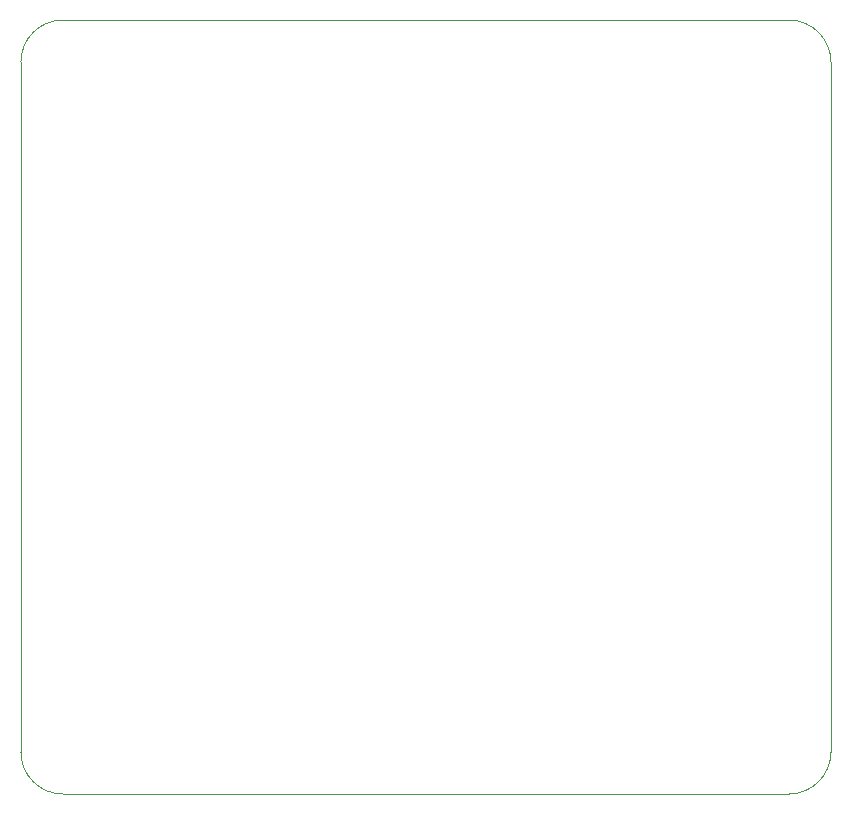
<source format=gbr>
%TF.GenerationSoftware,KiCad,Pcbnew,(6.0.1)*%
%TF.CreationDate,2022-05-20T13:38:50+06:30*%
%TF.ProjectId,STM32_Com_Buck,53544d33-325f-4436-9f6d-5f4275636b2e,v1.0*%
%TF.SameCoordinates,Original*%
%TF.FileFunction,Profile,NP*%
%FSLAX46Y46*%
G04 Gerber Fmt 4.6, Leading zero omitted, Abs format (unit mm)*
G04 Created by KiCad (PCBNEW (6.0.1)) date 2022-05-20 13:38:50*
%MOMM*%
%LPD*%
G01*
G04 APERTURE LIST*
%TA.AperFunction,Profile*%
%ADD10C,0.100000*%
%TD*%
G04 APERTURE END LIST*
D10*
X153416000Y-76708000D02*
G75*
G03*
X156972000Y-80264000I3555999J-1D01*
G01*
X156972000Y-14732000D02*
G75*
G03*
X153416000Y-18288000I-1J-3555999D01*
G01*
X218440000Y-80264000D02*
X156972000Y-80264000D01*
X218440000Y-80264000D02*
G75*
G03*
X221996000Y-76708000I1J3555999D01*
G01*
X153416000Y-76708000D02*
X153416000Y-18288000D01*
X221996000Y-18288000D02*
X221996000Y-76708000D01*
X221996000Y-18288000D02*
G75*
G03*
X218440000Y-14732000I-3555999J1D01*
G01*
X156972000Y-14732000D02*
X218440000Y-14732000D01*
M02*

</source>
